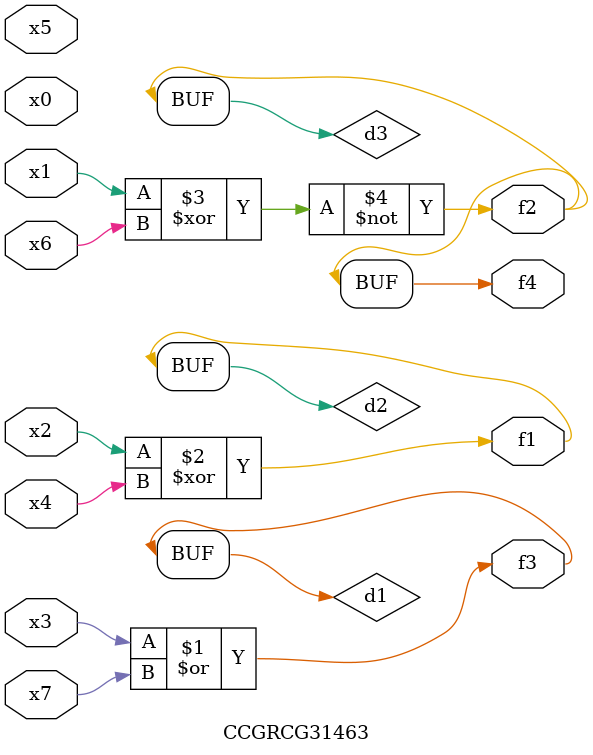
<source format=v>
module CCGRCG31463(
	input x0, x1, x2, x3, x4, x5, x6, x7,
	output f1, f2, f3, f4
);

	wire d1, d2, d3;

	or (d1, x3, x7);
	xor (d2, x2, x4);
	xnor (d3, x1, x6);
	assign f1 = d2;
	assign f2 = d3;
	assign f3 = d1;
	assign f4 = d3;
endmodule

</source>
